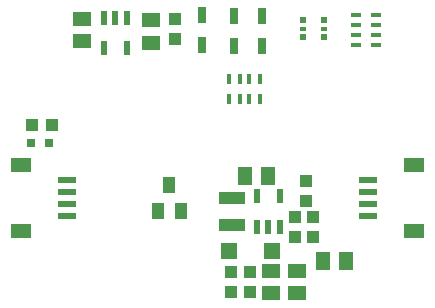
<source format=gbr>
G04 EAGLE Gerber RS-274X export*
G75*
%MOMM*%
%FSLAX34Y34*%
%LPD*%
%INSolderpaste Top*%
%IPPOS*%
%AMOC8*
5,1,8,0,0,1.08239X$1,22.5*%
G01*
%ADD10R,1.500000X1.240000*%
%ADD11R,0.550000X1.200000*%
%ADD12R,1.000000X1.075000*%
%ADD13R,0.900000X0.450000*%
%ADD14R,0.500000X0.500000*%
%ADD15R,0.500000X0.400000*%
%ADD16R,1.550000X0.600000*%
%ADD17R,1.800000X1.200000*%
%ADD18R,0.800000X0.800000*%
%ADD19R,1.075000X1.000000*%
%ADD20R,1.000000X1.400000*%
%ADD21R,0.800000X1.350000*%
%ADD22R,1.240000X1.500000*%
%ADD23R,0.450000X0.900000*%
%ADD24R,2.200000X1.016000*%
%ADD25R,1.400000X1.400000*%


D10*
X63500Y335890D03*
X63500Y316890D03*
D11*
X100940Y336851D03*
X91440Y336851D03*
X81940Y336851D03*
X81940Y310849D03*
X100940Y310849D03*
D10*
X121920Y315620D03*
X121920Y334620D03*
D12*
X142240Y319160D03*
X142240Y336160D03*
D13*
X295030Y313390D03*
X312030Y313390D03*
X295030Y322390D03*
X295030Y330390D03*
X295030Y339390D03*
X312030Y339390D03*
X312030Y322390D03*
X312030Y330390D03*
D14*
X268080Y320160D03*
D15*
X268080Y327660D03*
D14*
X268080Y335160D03*
X250080Y335160D03*
D15*
X250080Y327660D03*
D14*
X250080Y320160D03*
D16*
X50540Y189150D03*
X50540Y179150D03*
X50540Y199150D03*
X50540Y169150D03*
D17*
X11540Y212150D03*
X11540Y156150D03*
D18*
X20440Y231140D03*
X35440Y231140D03*
D19*
X20710Y246380D03*
X37710Y246380D03*
D20*
X137160Y195150D03*
X146660Y173150D03*
X127660Y173150D03*
D21*
X165100Y339344D03*
X165100Y313944D03*
X191770Y338074D03*
X191770Y312674D03*
X215900Y338074D03*
X215900Y312674D03*
D12*
X189230Y121530D03*
X189230Y104530D03*
D10*
X245110Y122530D03*
X245110Y103530D03*
X223520Y122530D03*
X223520Y103530D03*
D22*
X286360Y130810D03*
X267360Y130810D03*
D12*
X205740Y121530D03*
X205740Y104530D03*
D16*
X305060Y179150D03*
X305060Y189150D03*
X305060Y169150D03*
X305060Y199150D03*
D17*
X344060Y156150D03*
X344060Y212150D03*
D23*
X213660Y268360D03*
X213660Y285360D03*
X204660Y268360D03*
X196660Y268360D03*
X187660Y268360D03*
X187660Y285360D03*
X204660Y285360D03*
X196660Y285360D03*
D11*
X211480Y159719D03*
X220980Y159719D03*
X230480Y159719D03*
X230480Y185721D03*
X211480Y185721D03*
D22*
X220320Y203200D03*
X201320Y203200D03*
D24*
X190500Y183990D03*
X190500Y161450D03*
D25*
X224240Y139700D03*
X187240Y139700D03*
D12*
X243840Y168520D03*
X243840Y151520D03*
X252730Y199000D03*
X252730Y182000D03*
X259080Y151520D03*
X259080Y168520D03*
M02*

</source>
